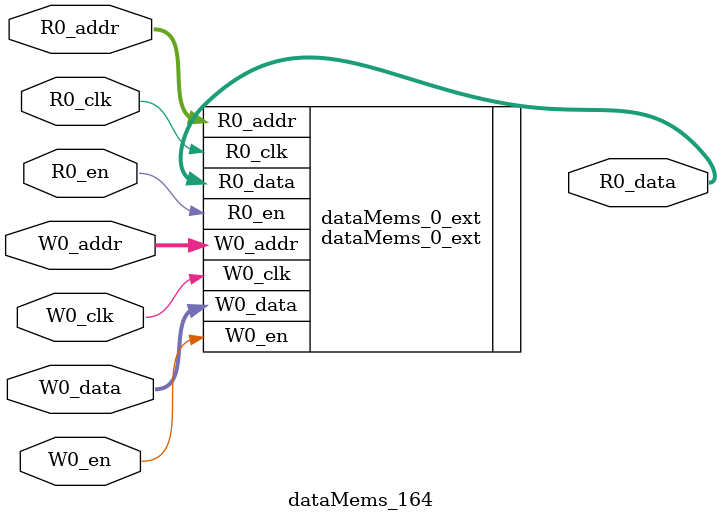
<source format=sv>
`ifndef RANDOMIZE
  `ifdef RANDOMIZE_REG_INIT
    `define RANDOMIZE
  `endif // RANDOMIZE_REG_INIT
`endif // not def RANDOMIZE
`ifndef RANDOMIZE
  `ifdef RANDOMIZE_MEM_INIT
    `define RANDOMIZE
  `endif // RANDOMIZE_MEM_INIT
`endif // not def RANDOMIZE

`ifndef RANDOM
  `define RANDOM $random
`endif // not def RANDOM

// Users can define 'PRINTF_COND' to add an extra gate to prints.
`ifndef PRINTF_COND_
  `ifdef PRINTF_COND
    `define PRINTF_COND_ (`PRINTF_COND)
  `else  // PRINTF_COND
    `define PRINTF_COND_ 1
  `endif // PRINTF_COND
`endif // not def PRINTF_COND_

// Users can define 'ASSERT_VERBOSE_COND' to add an extra gate to assert error printing.
`ifndef ASSERT_VERBOSE_COND_
  `ifdef ASSERT_VERBOSE_COND
    `define ASSERT_VERBOSE_COND_ (`ASSERT_VERBOSE_COND)
  `else  // ASSERT_VERBOSE_COND
    `define ASSERT_VERBOSE_COND_ 1
  `endif // ASSERT_VERBOSE_COND
`endif // not def ASSERT_VERBOSE_COND_

// Users can define 'STOP_COND' to add an extra gate to stop conditions.
`ifndef STOP_COND_
  `ifdef STOP_COND
    `define STOP_COND_ (`STOP_COND)
  `else  // STOP_COND
    `define STOP_COND_ 1
  `endif // STOP_COND
`endif // not def STOP_COND_

// Users can define INIT_RANDOM as general code that gets injected into the
// initializer block for modules with registers.
`ifndef INIT_RANDOM
  `define INIT_RANDOM
`endif // not def INIT_RANDOM

// If using random initialization, you can also define RANDOMIZE_DELAY to
// customize the delay used, otherwise 0.002 is used.
`ifndef RANDOMIZE_DELAY
  `define RANDOMIZE_DELAY 0.002
`endif // not def RANDOMIZE_DELAY

// Define INIT_RANDOM_PROLOG_ for use in our modules below.
`ifndef INIT_RANDOM_PROLOG_
  `ifdef RANDOMIZE
    `ifdef VERILATOR
      `define INIT_RANDOM_PROLOG_ `INIT_RANDOM
    `else  // VERILATOR
      `define INIT_RANDOM_PROLOG_ `INIT_RANDOM #`RANDOMIZE_DELAY begin end
    `endif // VERILATOR
  `else  // RANDOMIZE
    `define INIT_RANDOM_PROLOG_
  `endif // RANDOMIZE
`endif // not def INIT_RANDOM_PROLOG_

// Include register initializers in init blocks unless synthesis is set
`ifndef SYNTHESIS
  `ifndef ENABLE_INITIAL_REG_
    `define ENABLE_INITIAL_REG_
  `endif // not def ENABLE_INITIAL_REG_
`endif // not def SYNTHESIS

// Include rmemory initializers in init blocks unless synthesis is set
`ifndef SYNTHESIS
  `ifndef ENABLE_INITIAL_MEM_
    `define ENABLE_INITIAL_MEM_
  `endif // not def ENABLE_INITIAL_MEM_
`endif // not def SYNTHESIS

module dataMems_164(	// @[generators/ara/src/main/scala/UnsafeAXI4ToTL.scala:365:62]
  input  [4:0]   R0_addr,
  input          R0_en,
  input          R0_clk,
  output [130:0] R0_data,
  input  [4:0]   W0_addr,
  input          W0_en,
  input          W0_clk,
  input  [130:0] W0_data
);

  dataMems_0_ext dataMems_0_ext (	// @[generators/ara/src/main/scala/UnsafeAXI4ToTL.scala:365:62]
    .R0_addr (R0_addr),
    .R0_en   (R0_en),
    .R0_clk  (R0_clk),
    .R0_data (R0_data),
    .W0_addr (W0_addr),
    .W0_en   (W0_en),
    .W0_clk  (W0_clk),
    .W0_data (W0_data)
  );
endmodule


</source>
